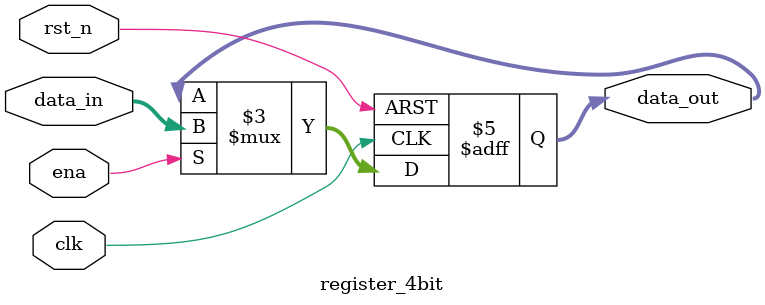
<source format=v>

module tt_um_william_carter (
    input  wire [7:0] ui_in,    // Dedicated inputs
    output wire [7:0] uo_out,   // Dedicated outputs
    input  wire [7:0] uio_in,   // IOs: Input path
    output wire [7:0] uio_out,  // IOs: Output path
    output wire [7:0] uio_oe,   // IOs: Enable path (active high: 0=input, 1=output)
    input  wire       ena,      // will go high when the design is enabled
    input  wire       clk,      // clock
    input  wire       rst_n     // reset_n - low to reset
);

    // Internal signals
    wire [3:0] alu_a, alu_b;
    wire [3:0] alu_out;
    wire [2:0] alu_op;
    wire [3:0] reg_a_data, reg_b_data;
    wire reg_a_en, reg_b_en;
    wire reg_a_sel, reg_b_sel; // 0 = register value, 1 = zero
    wire [3:0] mux_a_out, mux_b_out;
    
    // Input assignments from ui_in
    assign alu_op = ui_in[2:0];      // ALU operation select
    assign reg_a_en = ui_in[3];      // Register A write enable
    assign reg_b_en = ui_in[4];      // Register B write enable  
    assign reg_a_sel = ui_in[5];     // Register A mux select (0=reg, 1=zero)
    assign reg_b_sel = ui_in[6];     // Register B mux select (0=reg, 1=zero)
    // ui_in[7] reserved for future use
    
    // Use bidirectional pins for data input (4 bits)
    assign uio_oe = 8'b11110000;     // Lower 4 bits as inputs, upper 4 as outputs
    wire [3:0] data_in = uio_in[3:0]; // Input data for registers
    
    // Output assignments
    assign uo_out[3:0] = alu_out;    // ALU result
    assign uo_out[7:4] = reg_a_data; // Register A contents for monitoring
    assign uio_out[7:4] = reg_b_data; // Register B contents for monitoring
    assign uio_out[3:0] = 4'b0;      // Input pins, driven to 0
    
    // ALU Implementation
    alu_4bit alu_inst (
        .a(alu_a),
        .b(alu_b),
        .op(alu_op),
        .out(alu_out)
    );
    
    // Register A
    register_4bit reg_a_inst (
        .clk(clk),
        .rst_n(rst_n),
        .ena(ena & reg_a_en),
        .data_in(alu_out),  // Register stores ALU result
        .data_out(reg_a_data)
    );
    
    // Register B  
    register_4bit reg_b_inst (
        .clk(clk),
        .rst_n(rst_n),
        .ena(ena & reg_b_en),
        .data_in(data_in),  // Register B can be loaded from external data
        .data_out(reg_b_data)
    );
    
    // Multiplexers for ALU inputs
    // A input: can be Register A value or zero
    assign mux_a_out = reg_a_sel ? 4'b0000 : reg_a_data;
    
    // B input: can be Register B value or zero  
    assign mux_b_out = reg_b_sel ? 4'b0000 : reg_b_data;
    
    // ALU inputs
    assign alu_a = mux_a_out;
    assign alu_b = mux_b_out;

endmodule

// 4-bit ALU Module
module alu_4bit (
    input  wire [3:0] a,
    input  wire [3:0] b,
    input  wire [2:0] op,
    output reg  [3:0] out
);

    always @(*) begin
        case (op)
            3'b000: out = a + b;      // Addition
            3'b001: out = a - b;      // Subtraction  
            3'b010: out = a & b;      // Bitwise AND
            3'b011: out = a | b;      // Bitwise OR
            3'b100: out = ~a;         // Bitwise NOT
            3'b101: out = a ^ b;      // Bitwise XOR
            3'b110: out = a << 1;     // Left shift
            3'b111: out = a >> 1;     // Right shift
            default: out = 4'b0000;   // Default case
        endcase
    end

endmodule

// 4-bit Register Module
module register_4bit (
    input  wire       clk,
    input  wire       rst_n,
    input  wire       ena,
    input  wire [3:0] data_in,
    output reg  [3:0] data_out
);

    always @(posedge clk or negedge rst_n) begin
        if (!rst_n) begin
            data_out <= 4'b0000;
        end else if (ena) begin
            data_out <= data_in;
        end
        // If ena is low, register holds its current value
    end

endmodule
</source>
